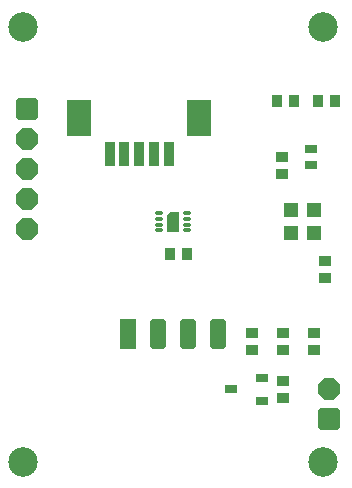
<source format=gts>
%FSLAX35Y35*%
%MOIN*%
%IN18=Loetstoppmaskeoben(X.StopTop)*%
%ADD10C,0.00197*%
%ADD11C,0.00205*%
%ADD12C,0.00256*%
%ADD13C,0.00512*%
%ADD14C,0.00591*%
%ADD15C,0.00768*%
%ADD16C,0.00787*%
%ADD17C,0.01181*%
%ADD18C,0.01575*%
%ADD19C,0.01969*%
%ADD20C,0.02362*%
%ADD21C,0.03150*%
%ADD22C,0.09843*%
%AMR_23*21,1,0.01181,0.01181,0,0,0.000*%
%ADD23R_23*%
%AMR_24*21,1,0.01969,0.01969,0,0,0.000*%
%ADD24R_24*%
%AMR_25*21,1,0.02756,0.04331,0,0,90.000*%
%ADD25R_25*%
%AMR_26*21,1,0.02953,0.04331,0,0,90.000*%
%ADD26R_26*%
%AMR_27*21,1,0.03150,0.04331,0,0,0.000*%
%ADD27R_27*%
%AMR_28*21,1,0.03150,0.04331,0,0,90.000*%
%ADD28R_28*%
%AMR_29*21,1,0.03150,0.04331,0,0,180.000*%
%ADD29R_29*%
%AMR_30*21,1,0.03150,0.04331,0,0,270.000*%
%ADD30R_30*%
%AMR_31*21,1,0.04724,0.04724,0,0,270.000*%
%ADD31R_31*%
%AMR_32*21,1,0.04724,0.07087,0,0,90.000*%
%ADD32R_32*%
%AMR_33*21,1,0.05512,0.05512,0,0,0.000*%
%ADD33R_33*%
%AMR_34*21,1,0.05512,0.05512,0,0,180.000*%
%ADD34R_34*%
%AMR_35*21,1,0.06250,0.06250,0,0,0.000*%
%ADD35R_35*%
%AMR_36*21,1,0.06693,0.04724,0,0,270.000*%
%ADD36R_36*%
%AMR_37*21,1,0.07500,0.07500,0,0,0.000*%
%ADD37R_37*%
%AMR_38*21,1,0.07874,0.03150,0,0,90.000*%
%ADD38R_38*%
%AMR_39*21,1,0.10236,0.05512,0,0,90.000*%
%ADD39R_39*%
%AMR_40*21,1,0.11811,0.08268,0,0,90.000*%
%ADD40R_40*%
%AMR_41*21,1,0.13189,0.07874,0,0,270.000*%
%ADD41R_41*%
%AMR_42*21,1,0.15000,0.11875,0,0,0.000*%
%ADD42R_42*%
%AMR_43*21,1,0.15625,0.15625,0,0,0.000*%
%ADD43R_43*%
%AMR_44*21,1,0.16250,0.19685,0,0,0.000*%
%ADD44R_44*%
%AMR_45*21,1,0.19685,0.19685,0,0,0.000*%
%ADD45R_45*%
%AMOCT_46*4,1,8,0.015748,0.015748,0.007874,0.023622,-0.007874,0.023622,-0.015748,0.015748,-0.015748,-0.015748,-0.007874,-0.023622,0.007874,-0.023622,0.015748,-0.015748,0.015748,0.015748,90.000*%
%ADD46OCT_46*%
%AMOCT_47*4,1,8,0.019685,0.013780,0.009843,0.023622,-0.009843,0.023622,-0.019685,0.013780,-0.019685,-0.013780,-0.009843,-0.023622,0.009843,-0.023622,0.019685,-0.013780,0.019685,0.013780,0.000*%
%ADD47OCT_47*%
%AMOCT_48*4,1,8,0.023622,0.009843,0.013780,0.019685,-0.013780,0.019685,-0.023622,0.009843,-0.023622,-0.009843,-0.013780,-0.019685,0.013780,-0.019685,0.023622,-0.009843,0.023622,0.009843,0.000*%
%ADD48OCT_48*%
%AMOCT_49*4,1,8,0.023622,0.011811,0.011811,0.023622,-0.011811,0.023622,-0.023622,0.011811,-0.023622,-0.011811,-0.011811,-0.023622,0.011811,-0.023622,0.023622,-0.011811,0.023622,0.011811,0.000*%
%ADD49OCT_49*%
%AMOCT_50*4,1,8,0.035433,0.017717,0.017717,0.035433,-0.017717,0.035433,-0.035433,0.017717,-0.035433,-0.017717,-0.017717,-0.035433,0.017717,-0.035433,0.035433,-0.017717,0.035433,0.017717,90.000*%
%ADD50OCT_50*%
%AMOCT_51*4,1,8,0.035433,0.017717,0.017717,0.035433,-0.017717,0.035433,-0.035433,0.017717,-0.035433,-0.017717,-0.017717,-0.035433,0.017717,-0.035433,0.035433,-0.017717,0.035433,0.017717,270.000*%
%ADD51OCT_51*%
%AMRR_52*21,1,0.01969,0.09843,0,0,180.000*21,1,0.01575,0.10236,0,0,180.000*1,1,0.00394,-0.00787,-0.04921*1,1,0.00394,0.00787,0.04921*1,1,0.00394,-0.00787,0.04921*1,1,0.00394,0.00787,-0.04921*%
%ADD52RR_52*%
%AMRR_53*21,1,0.02362,0.00945,0,0,0.000*21,1,0.02126,0.01181,0,0,0.000*1,1,0.00236,0.01063,0.00472*1,1,0.00236,-0.01063,-0.00472*1,1,0.00236,0.01063,-0.00472*1,1,0.00236,-0.01063,0.00472*%
%ADD53RR_53*%
%AMRR_54*21,1,0.02756,0.04173,0,0,180.000*21,1,0.02205,0.04724,0,0,180.000*1,1,0.00551,-0.01102,-0.02087*1,1,0.00551,0.01102,0.02087*1,1,0.00551,-0.01102,0.02087*1,1,0.00551,0.01102,-0.02087*%
%ADD54RR_54*%
%AMRR_55*21,1,0.02756,0.03346,0,0,180.000*21,1,0.01378,0.04724,0,0,180.000*1,1,0.01378,-0.00689,-0.01673*1,1,0.01378,0.00689,0.01673*1,1,0.01378,-0.00689,0.01673*1,1,0.01378,0.00689,-0.01673*%
%ADD55RR_55*%
%AMRR_56*21,1,0.07087,0.05669,0,0,90.000*21,1,0.05669,0.07087,0,0,90.000*1,1,0.01417,-0.02835,0.02835*1,1,0.01417,0.02835,-0.02835*1,1,0.01417,0.02835,0.02835*1,1,0.01417,-0.02835,-0.02835*%
%ADD56RR_56*%
%AMRR_57*21,1,0.07087,0.05669,0,0,270.000*21,1,0.05669,0.07087,0,0,270.000*1,1,0.01417,0.02835,-0.02835*1,1,0.01417,-0.02835,0.02835*1,1,0.01417,-0.02835,-0.02835*1,1,0.01417,0.02835,0.02835*%
%ADD57RR_57*%
%AMRR_58*21,1,0.08268,0.08583,0,0,180.000*21,1,0.06614,0.10236,0,0,180.000*1,1,0.01654,-0.03307,-0.04291*1,1,0.01654,0.03307,0.04291*1,1,0.01654,-0.03307,0.04291*1,1,0.01654,0.03307,-0.04291*%
%ADD58RR_58*%
%AMRR_59*21,1,0.08500,0.03400,0,0,0.000*21,1,0.07650,0.04250,0,0,0.000*1,1,0.00850,0.03825,0.01700*1,1,0.00850,-0.03825,-0.01700*1,1,0.00850,0.03825,-0.01700*1,1,0.00850,-0.03825,0.01700*%
%ADD59RR_59*%
%AMRR_60*21,1,0.10000,0.04000,0,0,0.000*21,1,0.09000,0.05000,0,0,0.000*1,1,0.01000,0.04500,0.02000*1,1,0.01000,-0.04500,-0.02000*1,1,0.01000,0.04500,-0.02000*1,1,0.01000,-0.04500,0.02000*%
%ADD60RR_60*%
%AMRR_61*21,1,0.10236,0.02756,0,0,90.000*21,1,0.07480,0.05512,0,0,90.000*1,1,0.02756,-0.01378,0.03740*1,1,0.02756,0.01378,-0.03740*1,1,0.02756,0.01378,0.03740*1,1,0.02756,-0.01378,-0.03740*%
%ADD61RR_61*%
G54D22*
X108750Y153750D03*
X8750Y153750D03*
X8750Y8750D03*
X108750Y8750D03*
G54D25*
X88243Y29072D03*
X88243Y36552D03*
X78006Y32812D03*
G54D26*
X104687Y107512D03*
X104687Y113112D03*
G54D27*
X93450Y129062D03*
X99050Y129062D03*
X107200Y129062D03*
X112800Y129062D03*
G54D28*
X95000Y104700D03*
X95000Y110300D03*
X95312Y45950D03*
X95312Y51550D03*
X105625Y45950D03*
X105625Y51550D03*
G54D29*
X63425Y77812D03*
X57825Y77812D03*
G54D30*
X109375Y75612D03*
X109375Y70012D03*
X95312Y35612D03*
X95312Y30012D03*
X85000Y51550D03*
X85000Y45950D03*
G54D31*
X105812Y84812D03*
X97937Y84812D03*
X97937Y92687D03*
X105812Y92687D03*
G54D38*
X57224Y111225D03*
X52303Y111225D03*
X47381Y111225D03*
X42460Y111225D03*
X37539Y111225D03*
G54D39*
X43750Y51250D03*
G54D40*
X67263Y123430D03*
X27500Y123430D03*
G54D50*
X110625Y32812D03*
G54D51*
X10000Y116250D03*
X10000Y106250D03*
X10000Y96250D03*
X10000Y86250D03*
G54D53*
X54124Y91702D03*
X63375Y91702D03*
X54124Y89734D03*
X63375Y89734D03*
X63375Y87765D03*
X63375Y85797D03*
X54124Y87765D03*
X54124Y85797D03*
G54D56*
X110625Y22812D03*
G54D57*
X10000Y126250D03*
G54D61*
X53750Y51250D03*
X63750Y51250D03*
X73750Y51250D03*
G36*
X60718Y85403D02*
X56781Y85403D01*
X56781Y90915D01*
X57962Y92096D01*
X60718Y92096D01*
X60718Y85403D01*
D02*G37*
M02*

</source>
